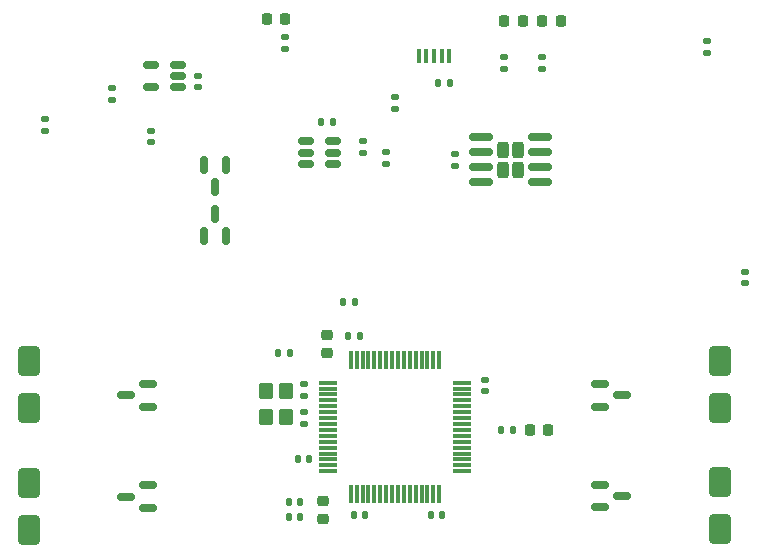
<source format=gbr>
%TF.GenerationSoftware,KiCad,Pcbnew,9.0.4*%
%TF.CreationDate,2025-12-11T09:15:43+01:00*%
%TF.ProjectId,Drone_PCB,44726f6e-655f-4504-9342-2e6b69636164,rev?*%
%TF.SameCoordinates,Original*%
%TF.FileFunction,Paste,Top*%
%TF.FilePolarity,Positive*%
%FSLAX46Y46*%
G04 Gerber Fmt 4.6, Leading zero omitted, Abs format (unit mm)*
G04 Created by KiCad (PCBNEW 9.0.4) date 2025-12-11 09:15:43*
%MOMM*%
%LPD*%
G01*
G04 APERTURE LIST*
G04 Aperture macros list*
%AMRoundRect*
0 Rectangle with rounded corners*
0 $1 Rounding radius*
0 $2 $3 $4 $5 $6 $7 $8 $9 X,Y pos of 4 corners*
0 Add a 4 corners polygon primitive as box body*
4,1,4,$2,$3,$4,$5,$6,$7,$8,$9,$2,$3,0*
0 Add four circle primitives for the rounded corners*
1,1,$1+$1,$2,$3*
1,1,$1+$1,$4,$5*
1,1,$1+$1,$6,$7*
1,1,$1+$1,$8,$9*
0 Add four rect primitives between the rounded corners*
20,1,$1+$1,$2,$3,$4,$5,0*
20,1,$1+$1,$4,$5,$6,$7,0*
20,1,$1+$1,$6,$7,$8,$9,0*
20,1,$1+$1,$8,$9,$2,$3,0*%
G04 Aperture macros list end*
%ADD10RoundRect,0.250000X-0.650000X1.000000X-0.650000X-1.000000X0.650000X-1.000000X0.650000X1.000000X0*%
%ADD11RoundRect,0.140000X0.170000X-0.140000X0.170000X0.140000X-0.170000X0.140000X-0.170000X-0.140000X0*%
%ADD12RoundRect,0.140000X0.140000X0.170000X-0.140000X0.170000X-0.140000X-0.170000X0.140000X-0.170000X0*%
%ADD13RoundRect,0.135000X0.135000X0.185000X-0.135000X0.185000X-0.135000X-0.185000X0.135000X-0.185000X0*%
%ADD14RoundRect,0.135000X-0.185000X0.135000X-0.185000X-0.135000X0.185000X-0.135000X0.185000X0.135000X0*%
%ADD15RoundRect,0.150000X-0.150000X0.587500X-0.150000X-0.587500X0.150000X-0.587500X0.150000X0.587500X0*%
%ADD16RoundRect,0.225000X0.250000X-0.225000X0.250000X0.225000X-0.250000X0.225000X-0.250000X-0.225000X0*%
%ADD17RoundRect,0.150000X0.587500X0.150000X-0.587500X0.150000X-0.587500X-0.150000X0.587500X-0.150000X0*%
%ADD18RoundRect,0.250000X-0.255000X-0.440000X0.255000X-0.440000X0.255000X0.440000X-0.255000X0.440000X0*%
%ADD19RoundRect,0.150000X-0.825000X-0.150000X0.825000X-0.150000X0.825000X0.150000X-0.825000X0.150000X0*%
%ADD20RoundRect,0.150000X-0.512500X-0.150000X0.512500X-0.150000X0.512500X0.150000X-0.512500X0.150000X0*%
%ADD21RoundRect,0.135000X0.185000X-0.135000X0.185000X0.135000X-0.185000X0.135000X-0.185000X-0.135000X0*%
%ADD22RoundRect,0.218750X0.218750X0.256250X-0.218750X0.256250X-0.218750X-0.256250X0.218750X-0.256250X0*%
%ADD23RoundRect,0.075000X-0.700000X-0.075000X0.700000X-0.075000X0.700000X0.075000X-0.700000X0.075000X0*%
%ADD24RoundRect,0.075000X-0.075000X-0.700000X0.075000X-0.700000X0.075000X0.700000X-0.075000X0.700000X0*%
%ADD25RoundRect,0.140000X-0.170000X0.140000X-0.170000X-0.140000X0.170000X-0.140000X0.170000X0.140000X0*%
%ADD26RoundRect,0.150000X0.150000X-0.587500X0.150000X0.587500X-0.150000X0.587500X-0.150000X-0.587500X0*%
%ADD27RoundRect,0.250000X0.650000X-1.000000X0.650000X1.000000X-0.650000X1.000000X-0.650000X-1.000000X0*%
%ADD28RoundRect,0.150000X0.512500X0.150000X-0.512500X0.150000X-0.512500X-0.150000X0.512500X-0.150000X0*%
%ADD29RoundRect,0.140000X-0.140000X-0.170000X0.140000X-0.170000X0.140000X0.170000X-0.140000X0.170000X0*%
%ADD30R,0.450000X1.300000*%
%ADD31RoundRect,0.135000X-0.135000X-0.185000X0.135000X-0.185000X0.135000X0.185000X-0.135000X0.185000X0*%
%ADD32RoundRect,0.250000X-0.350000X0.450000X-0.350000X-0.450000X0.350000X-0.450000X0.350000X0.450000X0*%
%ADD33RoundRect,0.218750X-0.218750X-0.256250X0.218750X-0.256250X0.218750X0.256250X-0.218750X0.256250X0*%
%ADD34RoundRect,0.150000X-0.587500X-0.150000X0.587500X-0.150000X0.587500X0.150000X-0.587500X0.150000X0*%
%ADD35RoundRect,0.218750X-0.256250X0.218750X-0.256250X-0.218750X0.256250X-0.218750X0.256250X0.218750X0*%
G04 APERTURE END LIST*
D10*
%TO.C,D5*%
X101750000Y-94150000D03*
X101750000Y-98150000D03*
%TD*%
D11*
%TO.C,C10*%
X103900000Y-77380000D03*
X103900000Y-76420000D03*
%TD*%
D12*
%TO.C,C4*%
X71730000Y-96975000D03*
X70770000Y-96975000D03*
%TD*%
D13*
%TO.C,R11*%
X84247500Y-89775000D03*
X83227500Y-89775000D03*
%TD*%
D14*
%TO.C,R10*%
X100700000Y-56890000D03*
X100700000Y-57910000D03*
%TD*%
D15*
%TO.C,Q1*%
X59950000Y-67375000D03*
X58050000Y-67375000D03*
X59000000Y-69250000D03*
%TD*%
D12*
%TO.C,C9*%
X66219000Y-97150000D03*
X65259000Y-97150000D03*
%TD*%
%TO.C,C3*%
X78225000Y-96975000D03*
X77265000Y-96975000D03*
%TD*%
D16*
%TO.C,C6*%
X68500000Y-83300000D03*
X68500000Y-81750000D03*
%TD*%
D11*
%TO.C,C11*%
X66525000Y-86885000D03*
X66525000Y-85925000D03*
%TD*%
D17*
%TO.C,Q6*%
X53375000Y-87800000D03*
X53375000Y-85900000D03*
X51500000Y-86850000D03*
%TD*%
D10*
%TO.C,D4*%
X43250000Y-94250000D03*
X43250000Y-98250000D03*
%TD*%
D18*
%TO.C,U3*%
X83425000Y-66090000D03*
X83425000Y-67740000D03*
X84625000Y-66090000D03*
X84625000Y-67740000D03*
D19*
X81550000Y-65010000D03*
X81550000Y-66280000D03*
X81550000Y-67550000D03*
X81550000Y-68820000D03*
X86500000Y-68820000D03*
X86500000Y-67550000D03*
X86500000Y-66280000D03*
X86500000Y-65010000D03*
%TD*%
D14*
%TO.C,R4*%
X44625000Y-63490000D03*
X44625000Y-64510000D03*
%TD*%
%TO.C,R2*%
X64975000Y-56505000D03*
X64975000Y-57525000D03*
%TD*%
D20*
%TO.C,U4*%
X66750000Y-65350000D03*
X66750000Y-66300000D03*
X66750000Y-67250000D03*
X69025000Y-67250000D03*
X69025000Y-66300000D03*
X69025000Y-65350000D03*
%TD*%
D21*
%TO.C,R9*%
X86700000Y-59200000D03*
X86700000Y-58180000D03*
%TD*%
D22*
%TO.C,D1*%
X64975000Y-55000000D03*
X63400000Y-55000000D03*
%TD*%
D23*
%TO.C,U1*%
X68571000Y-85780000D03*
X68571000Y-86280000D03*
X68571000Y-86780000D03*
X68571000Y-87280000D03*
X68571000Y-87780000D03*
X68571000Y-88280000D03*
X68571000Y-88780000D03*
X68571000Y-89280000D03*
X68571000Y-89780000D03*
X68571000Y-90280000D03*
X68571000Y-90780000D03*
X68571000Y-91280000D03*
X68571000Y-91780000D03*
X68571000Y-92280000D03*
X68571000Y-92780000D03*
X68571000Y-93280000D03*
D24*
X70496000Y-95205000D03*
X70996000Y-95205000D03*
X71496000Y-95205000D03*
X71996000Y-95205000D03*
X72496000Y-95205000D03*
X72996000Y-95205000D03*
X73496000Y-95205000D03*
X73996000Y-95205000D03*
X74496000Y-95205000D03*
X74996000Y-95205000D03*
X75496000Y-95205000D03*
X75996000Y-95205000D03*
X76496000Y-95205000D03*
X76996000Y-95205000D03*
X77496000Y-95205000D03*
X77996000Y-95205000D03*
D23*
X79921000Y-93280000D03*
X79921000Y-92780000D03*
X79921000Y-92280000D03*
X79921000Y-91780000D03*
X79921000Y-91280000D03*
X79921000Y-90780000D03*
X79921000Y-90280000D03*
X79921000Y-89780000D03*
X79921000Y-89280000D03*
X79921000Y-88780000D03*
X79921000Y-88280000D03*
X79921000Y-87780000D03*
X79921000Y-87280000D03*
X79921000Y-86780000D03*
X79921000Y-86280000D03*
X79921000Y-85780000D03*
D24*
X77996000Y-83855000D03*
X77496000Y-83855000D03*
X76996000Y-83855000D03*
X76496000Y-83855000D03*
X75996000Y-83855000D03*
X75496000Y-83855000D03*
X74996000Y-83855000D03*
X74496000Y-83855000D03*
X73996000Y-83855000D03*
X73496000Y-83855000D03*
X72996000Y-83855000D03*
X72496000Y-83855000D03*
X71996000Y-83855000D03*
X71496000Y-83855000D03*
X70996000Y-83855000D03*
X70496000Y-83855000D03*
%TD*%
D12*
%TO.C,C5*%
X65325000Y-83275000D03*
X64365000Y-83275000D03*
%TD*%
D25*
%TO.C,C12*%
X66525000Y-88290000D03*
X66525000Y-89250000D03*
%TD*%
D17*
%TO.C,Q4*%
X53375000Y-96385000D03*
X53375000Y-94485000D03*
X51500000Y-95435000D03*
%TD*%
D26*
%TO.C,Q2*%
X58050000Y-73375000D03*
X59950000Y-73375000D03*
X59000000Y-71500000D03*
%TD*%
D27*
%TO.C,D7*%
X101750000Y-87950000D03*
X101750000Y-83950000D03*
%TD*%
D28*
%TO.C,U2*%
X55887500Y-60775000D03*
X55887500Y-59825000D03*
X55887500Y-58875000D03*
X53612500Y-58875000D03*
X53612500Y-60775000D03*
%TD*%
D12*
%TO.C,C7*%
X66955000Y-92225000D03*
X65995000Y-92225000D03*
%TD*%
D29*
%TO.C,C15*%
X77915000Y-60425000D03*
X78875000Y-60425000D03*
%TD*%
D22*
%TO.C,D8*%
X87237500Y-89775000D03*
X85662500Y-89775000D03*
%TD*%
D14*
%TO.C,R8*%
X83475000Y-58180000D03*
X83475000Y-59200000D03*
%TD*%
D30*
%TO.C,J9*%
X78855000Y-58100000D03*
X78205000Y-58100000D03*
X77555000Y-58100000D03*
X76905000Y-58100000D03*
X76255000Y-58100000D03*
%TD*%
D21*
%TO.C,R6*%
X71575000Y-66300000D03*
X71575000Y-65280000D03*
%TD*%
D12*
%TO.C,C8*%
X66230000Y-95880000D03*
X65270000Y-95880000D03*
%TD*%
D31*
%TO.C,R7*%
X67980000Y-63750000D03*
X69000000Y-63750000D03*
%TD*%
D32*
%TO.C,Y1*%
X63350000Y-86475000D03*
X63350000Y-88675000D03*
X65050000Y-88675000D03*
X65050000Y-86475000D03*
%TD*%
D33*
%TO.C,D2*%
X83487500Y-55200000D03*
X85062500Y-55200000D03*
%TD*%
D25*
%TO.C,C2*%
X81825000Y-85540000D03*
X81825000Y-86500000D03*
%TD*%
D31*
%TO.C,R1*%
X69875000Y-78975000D03*
X70895000Y-78975000D03*
%TD*%
D34*
%TO.C,Q3*%
X91625000Y-94410000D03*
X91625000Y-96310000D03*
X93500000Y-95360000D03*
%TD*%
D29*
%TO.C,C1*%
X70290000Y-81850000D03*
X71250000Y-81850000D03*
%TD*%
D34*
%TO.C,Q5*%
X91625000Y-85900000D03*
X91625000Y-87800000D03*
X93500000Y-86850000D03*
%TD*%
D33*
%TO.C,D3*%
X86700000Y-55194000D03*
X88275000Y-55194000D03*
%TD*%
D35*
%TO.C,FB1*%
X68150000Y-95762500D03*
X68150000Y-97337500D03*
%TD*%
D11*
%TO.C,C17*%
X74250000Y-62580000D03*
X74250000Y-61620000D03*
%TD*%
D25*
%TO.C,C14*%
X53575000Y-64470000D03*
X53575000Y-65430000D03*
%TD*%
D27*
%TO.C,D6*%
X43250000Y-87950000D03*
X43250000Y-83950000D03*
%TD*%
D14*
%TO.C,R3*%
X50300000Y-60790000D03*
X50300000Y-61810000D03*
%TD*%
D25*
%TO.C,C16*%
X73500000Y-66270000D03*
X73500000Y-67230000D03*
%TD*%
D14*
%TO.C,R5*%
X79325000Y-66390000D03*
X79325000Y-67410000D03*
%TD*%
D11*
%TO.C,C13*%
X57525000Y-60780000D03*
X57525000Y-59820000D03*
%TD*%
M02*

</source>
